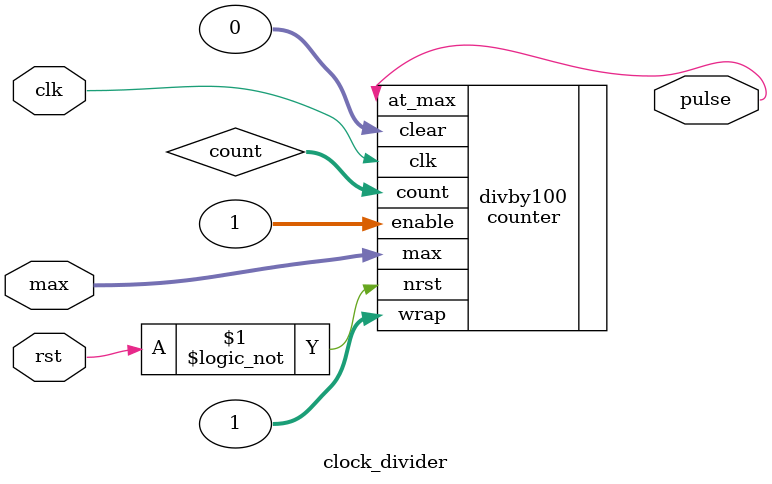
<source format=sv>

module clock_divider 
  #(
      parameter N = 4 // divide by 
  )
  (
    input clk, rst, 
    input [N - 1: 0] max,
    output pulse
  );

    logic [N - 1:0] count;
    counter #(.N(N)) divby100 (.clk(clk), .nrst(!rst), .enable(1), .clear(0), .wrap(1), 
            .max(max), .count(count), .at_max(pulse));
endmodule
</source>
